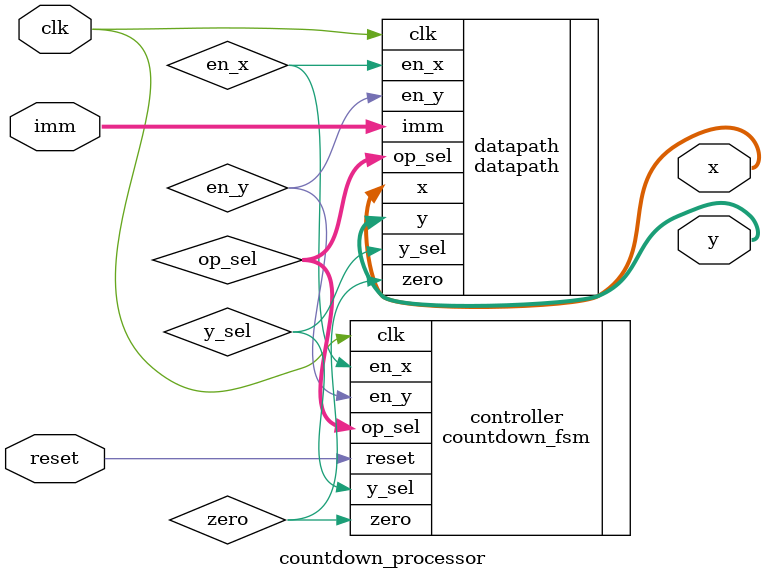
<source format=v>
module countdown_processor (
   input          clk,
   input          reset,
   input    [3:0] imm,
   output   [3:0] x,
   output   [3:0] y
   );

   wire    [1:0] op_sel;
   wire          en_x;
   wire          en_y;
   wire          y_sel;
   wire          zero;
   
   datapath datapath (
      .clk        (clk),
      .imm        (imm),
      .op_sel     (op_sel),
      .en_x       (en_x),
      .en_y       (en_y),
      .y_sel      (y_sel),
      .x          (x),
      .y          (y),
      .zero       (zero)
   );
   
   countdown_fsm controller (
      .clk        (clk),
      .reset      (reset),
      .zero       (zero),
      .op_sel     (op_sel),
      .en_x       (en_x),
      .en_y       (en_y),
      .y_sel      (y_sel)
   );
   
endmodule

</source>
